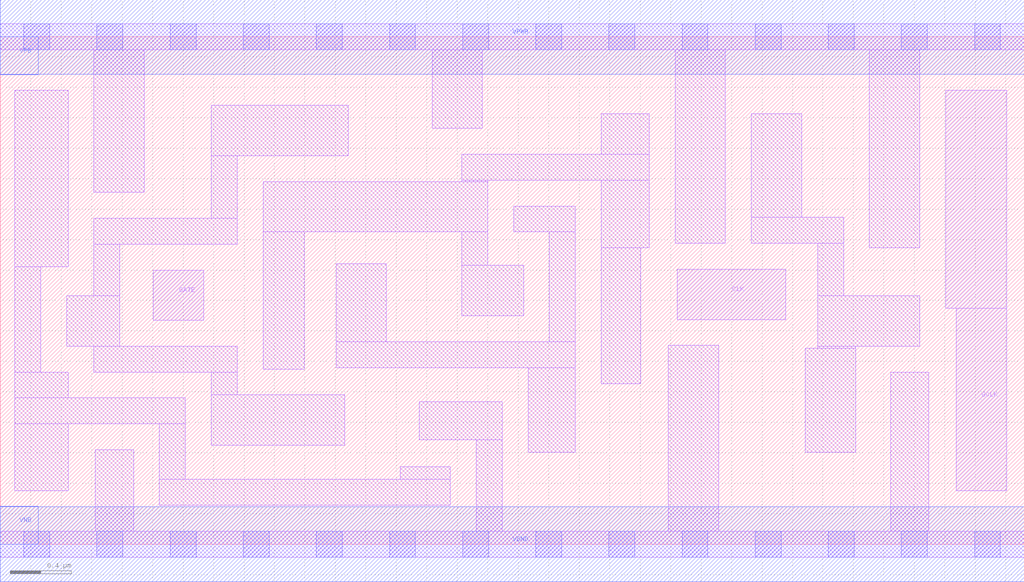
<source format=lef>
# Copyright 2020 The SkyWater PDK Authors
#
# Licensed under the Apache License, Version 2.0 (the "License");
# you may not use this file except in compliance with the License.
# You may obtain a copy of the License at
#
#     https://www.apache.org/licenses/LICENSE-2.0
#
# Unless required by applicable law or agreed to in writing, software
# distributed under the License is distributed on an "AS IS" BASIS,
# WITHOUT WARRANTIES OR CONDITIONS OF ANY KIND, either express or implied.
# See the License for the specific language governing permissions and
# limitations under the License.
#
# SPDX-License-Identifier: Apache-2.0

VERSION 5.5 ;
NAMESCASESENSITIVE ON ;
BUSBITCHARS "[]" ;
DIVIDERCHAR "/" ;
MACRO sky130_fd_sc_ms__dlclkp_1
  CLASS CORE ;
  SOURCE USER ;
  ORIGIN  0.000000  0.000000 ;
  SIZE  6.720000 BY  3.330000 ;
  SYMMETRY X Y ;
  SITE unit ;
  PIN GATE
    ANTENNAGATEAREA  0.246000 ;
    DIRECTION INPUT ;
    USE SIGNAL ;
    PORT
      LAYER li1 ;
        RECT 1.005000 1.470000 1.335000 1.800000 ;
    END
  END GATE
  PIN GCLK
    ANTENNADIFFAREA  0.541300 ;
    DIRECTION OUTPUT ;
    USE SIGNAL ;
    PORT
      LAYER li1 ;
        RECT 6.205000 1.550000 6.605000 2.980000 ;
        RECT 6.275000 0.350000 6.605000 1.550000 ;
    END
  END GCLK
  PIN CLK
    ANTENNAGATEAREA  0.459000 ;
    DIRECTION INPUT ;
    USE CLOCK ;
    PORT
      LAYER li1 ;
        RECT 4.445000 1.475000 5.155000 1.805000 ;
    END
  END CLK
  PIN VGND
    DIRECTION INOUT ;
    USE GROUND ;
    PORT
      LAYER met1 ;
        RECT 0.000000 -0.245000 6.720000 0.245000 ;
    END
  END VGND
  PIN VNB
    DIRECTION INOUT ;
    USE GROUND ;
    PORT
      LAYER met1 ;
        RECT 0.000000 0.000000 0.250000 0.250000 ;
    END
  END VNB
  PIN VPB
    DIRECTION INOUT ;
    USE POWER ;
    PORT
      LAYER met1 ;
        RECT 0.000000 3.080000 0.250000 3.330000 ;
    END
  END VPB
  PIN VPWR
    DIRECTION INOUT ;
    USE POWER ;
    PORT
      LAYER met1 ;
        RECT 0.000000 3.085000 6.720000 3.575000 ;
    END
  END VPWR
  OBS
    LAYER li1 ;
      RECT 0.000000 -0.085000 6.720000 0.085000 ;
      RECT 0.000000  3.245000 6.720000 3.415000 ;
      RECT 0.095000  0.350000 0.445000 0.790000 ;
      RECT 0.095000  0.790000 1.215000 0.960000 ;
      RECT 0.095000  0.960000 0.445000 1.130000 ;
      RECT 0.095000  1.130000 0.265000 1.820000 ;
      RECT 0.095000  1.820000 0.445000 2.980000 ;
      RECT 0.435000  1.300000 0.785000 1.630000 ;
      RECT 0.615000  1.130000 1.555000 1.300000 ;
      RECT 0.615000  1.630000 0.785000 1.970000 ;
      RECT 0.615000  1.970000 1.555000 2.140000 ;
      RECT 0.615000  2.310000 0.945000 3.245000 ;
      RECT 0.625000  0.085000 0.875000 0.620000 ;
      RECT 1.045000  0.255000 2.955000 0.425000 ;
      RECT 1.045000  0.425000 1.215000 0.790000 ;
      RECT 1.385000  0.650000 2.260000 0.980000 ;
      RECT 1.385000  0.980000 1.555000 1.130000 ;
      RECT 1.385000  2.140000 1.555000 2.550000 ;
      RECT 1.385000  2.550000 2.285000 2.880000 ;
      RECT 1.725000  1.150000 1.995000 2.050000 ;
      RECT 1.725000  2.050000 3.200000 2.380000 ;
      RECT 2.205000  1.160000 3.775000 1.330000 ;
      RECT 2.205000  1.330000 2.535000 1.840000 ;
      RECT 2.625000  0.425000 2.955000 0.510000 ;
      RECT 2.750000  0.685000 3.295000 0.935000 ;
      RECT 2.835000  2.730000 3.165000 3.245000 ;
      RECT 3.030000  1.500000 3.435000 1.830000 ;
      RECT 3.030000  1.830000 3.200000 2.050000 ;
      RECT 3.030000  2.380000 3.200000 2.390000 ;
      RECT 3.030000  2.390000 4.260000 2.560000 ;
      RECT 3.125000  0.085000 3.295000 0.685000 ;
      RECT 3.370000  2.050000 3.775000 2.220000 ;
      RECT 3.465000  0.605000 3.775000 1.160000 ;
      RECT 3.605000  1.330000 3.775000 2.050000 ;
      RECT 3.945000  1.055000 4.205000 1.945000 ;
      RECT 3.945000  1.945000 4.260000 2.390000 ;
      RECT 3.945000  2.560000 4.260000 2.825000 ;
      RECT 4.385000  0.085000 4.715000 1.305000 ;
      RECT 4.430000  1.975000 4.760000 3.245000 ;
      RECT 4.930000  1.975000 5.535000 2.145000 ;
      RECT 4.930000  2.145000 5.260000 2.825000 ;
      RECT 5.285000  0.605000 5.615000 1.285000 ;
      RECT 5.365000  1.285000 5.615000 1.300000 ;
      RECT 5.365000  1.300000 6.035000 1.630000 ;
      RECT 5.365000  1.630000 5.535000 1.975000 ;
      RECT 5.705000  1.945000 6.035000 3.245000 ;
      RECT 5.845000  0.085000 6.095000 1.130000 ;
    LAYER mcon ;
      RECT 0.155000 -0.085000 0.325000 0.085000 ;
      RECT 0.155000  3.245000 0.325000 3.415000 ;
      RECT 0.635000 -0.085000 0.805000 0.085000 ;
      RECT 0.635000  3.245000 0.805000 3.415000 ;
      RECT 1.115000 -0.085000 1.285000 0.085000 ;
      RECT 1.115000  3.245000 1.285000 3.415000 ;
      RECT 1.595000 -0.085000 1.765000 0.085000 ;
      RECT 1.595000  3.245000 1.765000 3.415000 ;
      RECT 2.075000 -0.085000 2.245000 0.085000 ;
      RECT 2.075000  3.245000 2.245000 3.415000 ;
      RECT 2.555000 -0.085000 2.725000 0.085000 ;
      RECT 2.555000  3.245000 2.725000 3.415000 ;
      RECT 3.035000 -0.085000 3.205000 0.085000 ;
      RECT 3.035000  3.245000 3.205000 3.415000 ;
      RECT 3.515000 -0.085000 3.685000 0.085000 ;
      RECT 3.515000  3.245000 3.685000 3.415000 ;
      RECT 3.995000 -0.085000 4.165000 0.085000 ;
      RECT 3.995000  3.245000 4.165000 3.415000 ;
      RECT 4.475000 -0.085000 4.645000 0.085000 ;
      RECT 4.475000  3.245000 4.645000 3.415000 ;
      RECT 4.955000 -0.085000 5.125000 0.085000 ;
      RECT 4.955000  3.245000 5.125000 3.415000 ;
      RECT 5.435000 -0.085000 5.605000 0.085000 ;
      RECT 5.435000  3.245000 5.605000 3.415000 ;
      RECT 5.915000 -0.085000 6.085000 0.085000 ;
      RECT 5.915000  3.245000 6.085000 3.415000 ;
      RECT 6.395000 -0.085000 6.565000 0.085000 ;
      RECT 6.395000  3.245000 6.565000 3.415000 ;
  END
END sky130_fd_sc_ms__dlclkp_1

</source>
